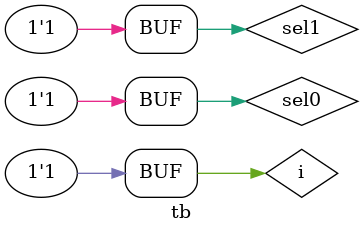
<source format=v>
module demux_2_1(
  input sel,
  input i,
  output y0, y1);
  
  assign {y0,y1} = sel?{1'b0,i}: {i,1'b0};
endmodule

module demux_1_4(
  input sel0, sel1,
  input  i,
  output reg y0, y1, y2, y3);
  
  wire z1,z2;
  
  demux_2_1 d1(sel0, i, z1, z2);
  demux_2_1 d2(sel1, z1, y0, y1);
  demux_2_1 d3(sel1, z2, y2, y3);
endmodule

module tb;
  reg sel0, sel1;
  reg i;
  wire y0,y1,y2,y3;
  
  demux_1_4 demux(sel0, sel1, i, y0, y1, y2, y3);
  
  initial begin
    $monitor("sel0 = %b, sel1 = %b, i = %b -> y0 = %0b, y1 = %0b ,y2 = %0b, y3 = %0b", sel0, sel1, i, y0,y1,y2,y3);
    sel0=0; sel1=0; i=0; #1;
    sel0=0; sel1=0; i=1; #1;
    sel0=0; sel1=1; i=0; #1;
    sel0=0; sel1=1; i=1; #1;
    sel0=1; sel1=0; i=0; #1;
    sel0=1; sel1=0; i=1; #1;
    sel0=1; sel1=1; i=0; #1;
    sel0=1; sel1=1; i=1; #1;
  end
endmodule
</source>
